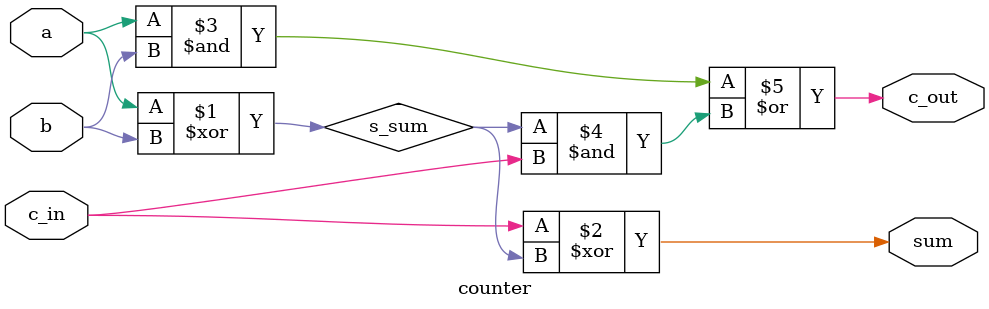
<source format=v>
module elab1_3(sw, led, pba);
input [3:0] sw;
input pba;
output [2:0] led;

wire sum1, sum2;
wire c1, c2;

counter counter1(sw[0], sw[2], ~pba, sum1, c1);
counter counter2(sw[1], sw[3], c1, sum2, c2);

assign led = {c2, sum2, sum1};

endmodule

module counter(a, b, c_in, sum, c_out);
input a, b, c_in;
output sum, c_out;

wire s_sum = a ^ b;

assign sum = c_in ^ s_sum;
assign c_out = (a & b) | (s_sum & c_in);

endmodule

</source>
